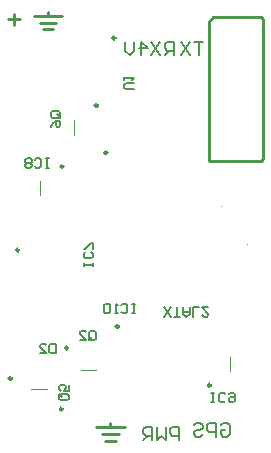
<source format=gbr>
%TF.GenerationSoftware,Altium Limited,Altium Designer,20.2.5 (213)*%
G04 Layer_Color=32896*
%FSLAX25Y25*%
%MOIN*%
%TF.SameCoordinates,C9AA4840-3426-47ED-90B3-6D3E683A03ED*%
%TF.FilePolarity,Positive*%
%TF.FileFunction,Legend,Bot*%
%TF.Part,Single*%
G01*
G75*
%TA.AperFunction,NonConductor*%
%ADD77C,0.00984*%
%ADD78C,0.00394*%
%ADD79C,0.00000*%
%ADD80C,0.01000*%
%ADD81C,0.00800*%
%ADD82C,0.00600*%
D77*
X23692Y22000D02*
G03*
X23692Y22000I-492J0D01*
G01*
X55549Y97321D02*
G03*
X55549Y97321I-492J0D01*
G01*
X42476Y32226D02*
G03*
X42476Y32226I-492J0D01*
G01*
X90056Y19781D02*
G03*
X90056Y19781I-492J0D01*
G01*
X40672Y11863D02*
G03*
X40672Y11863I-492J0D01*
G01*
X58220Y135547D02*
G03*
X58220Y135547I-492J0D01*
G01*
X59346Y39321D02*
G03*
X59346Y39321I-492J0D01*
G01*
X26146Y64860D02*
G03*
X26146Y64860I-492J0D01*
G01*
X52318Y112985D02*
G03*
X52318Y112985I-492J0D01*
G01*
X40918Y92685D02*
G03*
X40918Y92685I-492J0D01*
G01*
D78*
X88697Y59202D02*
G03*
X88697Y59202I-197J0D01*
G01*
X93573Y79237D02*
G03*
X93573Y79237I-197J0D01*
G01*
X102337Y66872D02*
G03*
X102337Y66872I-197J0D01*
G01*
Y66840D02*
G03*
X102337Y66840I-197J0D01*
G01*
D02*
G03*
X102337Y66840I-197J0D01*
G01*
X94757Y76668D02*
G03*
X94757Y76668I-197J0D01*
G01*
D79*
X46709Y24844D02*
X49169D01*
X51630D01*
X96454Y26867D02*
Y29230D01*
Y24505D02*
Y26867D01*
X29944Y18556D02*
X32700D01*
X35456D01*
X44444Y103339D02*
Y105800D01*
Y108261D01*
X33044Y83039D02*
Y85500D01*
Y87961D01*
D80*
X89463Y94563D02*
Y141000D01*
Y94563D02*
X106711D01*
X89463Y141000D02*
X90900Y142437D01*
X106900D02*
X107337Y142000D01*
X106711Y94563D02*
X107337Y95189D01*
Y142000D01*
X90900Y142437D02*
X106900D01*
X51800Y5700D02*
X61300Y5700D01*
X53800Y3450D02*
X59300D01*
X54800Y1300D02*
X58300D01*
X56550Y5700D02*
Y7100D01*
X35700Y142800D02*
Y144200D01*
X33950Y138400D02*
X37450D01*
X32950Y140550D02*
X38450D01*
X30950Y142800D02*
X40450Y142800D01*
X22401Y141700D02*
X26399D01*
X24400Y143699D02*
Y139701D01*
D81*
X87449Y134349D02*
X84450D01*
X85949D01*
Y129851D01*
X82950Y134349D02*
X79951Y129851D01*
Y134349D02*
X82950Y129851D01*
X66699D02*
Y134349D01*
X68949Y132100D01*
X65950D01*
X64450Y134349D02*
Y131350D01*
X62951Y129851D01*
X61451Y131350D01*
Y134349D01*
X79498Y1451D02*
Y5949D01*
X77249D01*
X76499Y5200D01*
Y3700D01*
X77249Y2950D01*
X79498D01*
X74999Y5949D02*
Y1451D01*
X73500Y2950D01*
X72000Y1451D01*
Y5949D01*
X70501Y1451D02*
Y5949D01*
X68252D01*
X67502Y5200D01*
Y3700D01*
X68252Y2950D01*
X70501D01*
X69001D02*
X67502Y1451D01*
X93290Y6439D02*
X94040Y7188D01*
X95539D01*
X96289Y6439D01*
Y3440D01*
X95539Y2690D01*
X94040D01*
X93290Y3440D01*
Y4939D01*
X94790D01*
X91791Y2690D02*
Y7188D01*
X89542D01*
X88792Y6439D01*
Y4939D01*
X89542Y4189D01*
X91791D01*
X84293Y6439D02*
X85043Y7188D01*
X86542D01*
X87292Y6439D01*
Y5689D01*
X86542Y4939D01*
X85043D01*
X84293Y4189D01*
Y3440D01*
X85043Y2690D01*
X86542D01*
X87292Y3440D01*
X77649Y129851D02*
Y134349D01*
X75400D01*
X74650Y133599D01*
Y132100D01*
X75400Y131350D01*
X77649D01*
X76149D02*
X74650Y129851D01*
X73150Y134349D02*
X70151Y129851D01*
Y134349D02*
X73150Y129851D01*
D82*
X49525Y35350D02*
Y37450D01*
X50050Y37975D01*
X51099D01*
X51624Y37450D01*
Y35350D01*
X51099Y34826D01*
X50050D01*
X50574Y35875D02*
X49525Y34826D01*
X50050D02*
X49525Y35350D01*
X46376Y34826D02*
X48475D01*
X46376Y36925D01*
Y37450D01*
X46901Y37975D01*
X47950D01*
X48475Y37450D01*
X38319Y33575D02*
Y30426D01*
X36744D01*
X36220Y30950D01*
Y33050D01*
X36744Y33575D01*
X38319D01*
X33071Y30426D02*
X35170D01*
X33071Y32525D01*
Y33050D01*
X33595Y33575D01*
X34645D01*
X35170Y33050D01*
X90164Y14126D02*
X91213D01*
X90689D01*
Y17275D01*
X90164D01*
X91213D01*
X94887Y14650D02*
X94362Y14126D01*
X93313D01*
X92788Y14650D01*
Y16750D01*
X93313Y17275D01*
X94362D01*
X94887Y16750D01*
X95937D02*
X96462Y17275D01*
X97511D01*
X98036Y16750D01*
Y14650D01*
X97511Y14126D01*
X96462D01*
X95937Y14650D01*
Y15175D01*
X96462Y15700D01*
X98036D01*
X64375Y118401D02*
X61750D01*
X61225Y118925D01*
Y119975D01*
X61750Y120500D01*
X64375D01*
X61225Y121550D02*
Y122599D01*
Y122074D01*
X64375D01*
X63850Y121550D01*
X36036Y95375D02*
X34987D01*
X35511D01*
Y92225D01*
X36036D01*
X34987D01*
X31313Y94850D02*
X31838Y95375D01*
X32887D01*
X33412Y94850D01*
Y92750D01*
X32887Y92225D01*
X31838D01*
X31313Y92750D01*
X30263Y94850D02*
X29738Y95375D01*
X28689D01*
X28164Y94850D01*
Y94325D01*
X28689Y93800D01*
X28164Y93275D01*
Y92750D01*
X28689Y92225D01*
X29738D01*
X30263Y92750D01*
Y93275D01*
X29738Y93800D01*
X30263Y94325D01*
Y94850D01*
X29738Y93800D02*
X28689D01*
X74543Y42610D02*
X76642Y45759D01*
Y42610D02*
X74543Y45759D01*
X77692Y42610D02*
X79791D01*
X78742D01*
Y45759D01*
X80841D02*
Y43659D01*
X81891Y42610D01*
X82940Y43659D01*
Y45759D01*
Y44184D01*
X80841D01*
X83990Y42610D02*
Y45759D01*
X86089D01*
X89238D02*
X87139D01*
X89238Y43659D01*
Y43135D01*
X88713Y42610D01*
X87664D01*
X87139Y43135D01*
X40019Y16842D02*
X42118D01*
X42643Y16317D01*
Y15268D01*
X42118Y14743D01*
X40019D01*
X39494Y15268D01*
Y16317D01*
X40544Y15792D02*
X39494Y16842D01*
Y16317D02*
X40019Y16842D01*
X42643Y19991D02*
Y17892D01*
X41069D01*
X41593Y18941D01*
Y19466D01*
X41069Y19991D01*
X40019D01*
X39494Y19466D01*
Y18417D01*
X40019Y17892D01*
X39350Y109025D02*
X37250D01*
X36726Y109550D01*
Y110599D01*
X37250Y111124D01*
X39350D01*
X39875Y110599D01*
Y109550D01*
X38825Y110074D02*
X39875Y109025D01*
Y109550D02*
X39350Y109025D01*
X36726Y105876D02*
X37250Y106925D01*
X38300Y107975D01*
X39350D01*
X39875Y107450D01*
Y106401D01*
X39350Y105876D01*
X38825D01*
X38300Y106401D01*
Y107975D01*
X64848Y46975D02*
X63799D01*
X64324D01*
Y43826D01*
X64848D01*
X63799D01*
X60125Y46450D02*
X60650Y46975D01*
X61699D01*
X62224Y46450D01*
Y44350D01*
X61699Y43826D01*
X60650D01*
X60125Y44350D01*
X59075Y43826D02*
X58025D01*
X58550D01*
Y46975D01*
X59075Y46450D01*
X56451D02*
X55926Y46975D01*
X54877D01*
X54352Y46450D01*
Y44350D01*
X54877Y43826D01*
X55926D01*
X56451Y44350D01*
Y46450D01*
X50775Y59464D02*
Y60513D01*
Y59989D01*
X47625D01*
Y59464D01*
Y60513D01*
X50250Y64187D02*
X50775Y63662D01*
Y62613D01*
X50250Y62088D01*
X48150D01*
X47625Y62613D01*
Y63662D01*
X48150Y64187D01*
X50775Y65237D02*
Y67336D01*
X50250D01*
X48150Y65237D01*
X47625D01*
%TF.MD5,b3a991f1f4962ce46e25ad5734073574*%
M02*

</source>
